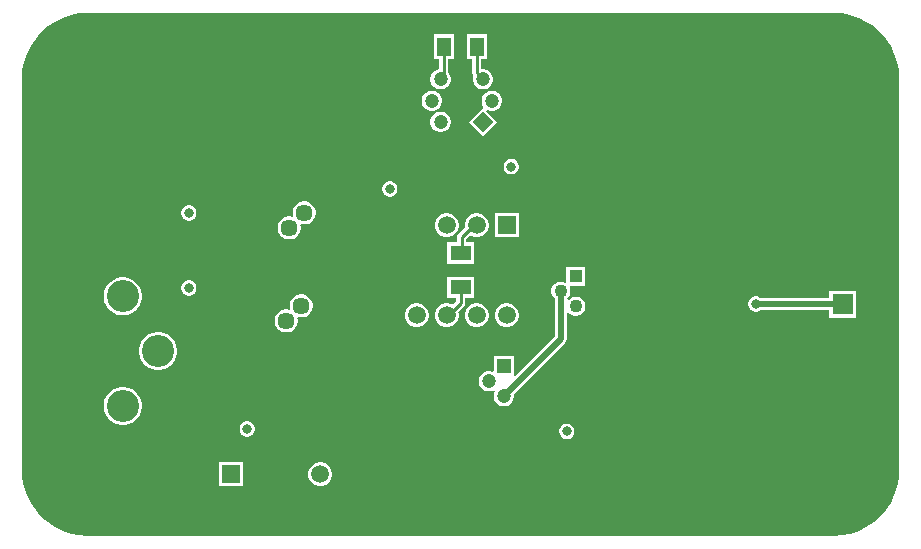
<source format=gbl>
G04*
G04 #@! TF.GenerationSoftware,Altium Limited,Altium Designer,24.9.1 (31)*
G04*
G04 Layer_Physical_Order=4*
G04 Layer_Color=16711680*
%FSLAX44Y44*%
%MOMM*%
G71*
G04*
G04 #@! TF.SameCoordinates,CAE1AE67-0460-43A2-896A-31C629D7927E*
G04*
G04*
G04 #@! TF.FilePolarity,Positive*
G04*
G01*
G75*
%ADD11C,0.5000*%
%ADD13C,0.2500*%
%ADD16R,1.2000X1.6500*%
%ADD22R,1.8000X1.3000*%
%ADD33R,1.5200X1.5200*%
%ADD34C,1.5200*%
%ADD35C,1.2000*%
%ADD36R,1.2000X1.2000*%
%ADD37R,1.4986X1.4986*%
%ADD38C,1.4986*%
%ADD39C,2.7200*%
%ADD40C,1.4500*%
%ADD41P,1.6971X4X90.0*%
%ADD45C,1.1000*%
%ADD46R,1.1000X1.1000*%
%ADD49C,0.2540*%
%ADD50C,6.0000*%
%ADD51C,1.8000*%
%ADD52R,1.8000X1.8000*%
%ADD53C,0.8000*%
%ADD54C,0.6000*%
G36*
X59495Y446391D02*
X690505Y446391D01*
X690740Y446437D01*
X697808Y445974D01*
X704986Y444546D01*
X711915Y442194D01*
X718479Y438957D01*
X724564Y434891D01*
X730066Y430066D01*
X734891Y424564D01*
X738957Y418479D01*
X742194Y411915D01*
X744546Y404986D01*
X745974Y397808D01*
X746437Y390740D01*
X746391Y390505D01*
Y59495D01*
X746437Y59260D01*
X745974Y52192D01*
X744546Y45015D01*
X742194Y38085D01*
X738957Y31521D01*
X734891Y25436D01*
X730066Y19934D01*
X724564Y15109D01*
X718479Y11043D01*
X711915Y7806D01*
X704986Y5454D01*
X697808Y4026D01*
X690740Y3563D01*
X690505Y3609D01*
X59495Y3609D01*
X59260Y3563D01*
X52192Y4026D01*
X45015Y5454D01*
X38085Y7806D01*
X31521Y11043D01*
X25436Y15109D01*
X19934Y19934D01*
X15109Y25436D01*
X11043Y31521D01*
X7806Y38085D01*
X5454Y45015D01*
X4026Y52192D01*
X3563Y59260D01*
X3609Y59495D01*
Y390505D01*
X3563Y390740D01*
X4026Y397808D01*
X5454Y404985D01*
X7806Y411915D01*
X11043Y418479D01*
X15109Y424564D01*
X19934Y430066D01*
X25436Y434891D01*
X31521Y438957D01*
X38085Y442194D01*
X45015Y444546D01*
X52192Y445974D01*
X59260Y446437D01*
X59495Y446391D01*
D02*
G37*
%LPC*%
G36*
X397190Y428620D02*
X380110D01*
Y407040D01*
X384765D01*
Y395301D01*
X385061Y393814D01*
X385761Y392766D01*
X385340Y391195D01*
Y388946D01*
X385923Y386774D01*
X387047Y384827D01*
X388637Y383237D01*
X390584Y382113D01*
X392756Y381530D01*
X395005D01*
X397177Y382113D01*
X399124Y383237D01*
X400714Y384827D01*
X401838Y386774D01*
X402421Y388946D01*
Y391195D01*
X401838Y393367D01*
X400714Y395314D01*
X399124Y396904D01*
X397177Y398028D01*
X395005Y398610D01*
X392756D01*
X392535Y398781D01*
Y407040D01*
X397190D01*
Y428620D01*
D02*
G37*
G36*
X369190D02*
X352110D01*
Y407040D01*
X356765D01*
Y398592D01*
X354663Y398028D01*
X352716Y396904D01*
X351126Y395314D01*
X350001Y393367D01*
X349420Y391195D01*
Y388946D01*
X350001Y386774D01*
X351126Y384827D01*
X352716Y383237D01*
X354663Y382113D01*
X356835Y381530D01*
X359084D01*
X361256Y382113D01*
X363203Y383237D01*
X364793Y384827D01*
X365918Y386774D01*
X366499Y388946D01*
Y391195D01*
X365918Y393367D01*
X364793Y395314D01*
X364535Y395573D01*
Y407040D01*
X369190D01*
Y428620D01*
D02*
G37*
G36*
X402444Y380650D02*
X400196D01*
X398024Y380068D01*
X396076Y378944D01*
X394486Y377354D01*
X393362Y375406D01*
X392780Y373234D01*
Y370986D01*
X393362Y368814D01*
X394198Y367365D01*
X393884Y366239D01*
X393669Y366015D01*
X381803Y354150D01*
X393881Y342072D01*
X405958Y354150D01*
X396600Y363508D01*
X397379Y364524D01*
X398024Y364152D01*
X400196Y363570D01*
X402444D01*
X404616Y364152D01*
X406564Y365276D01*
X408154Y366866D01*
X409278Y368814D01*
X409860Y370986D01*
Y373234D01*
X409278Y375406D01*
X408154Y377354D01*
X406564Y378944D01*
X404616Y380068D01*
X402444Y380650D01*
D02*
G37*
G36*
X351644D02*
X349396D01*
X347224Y380068D01*
X345276Y378944D01*
X343686Y377354D01*
X342562Y375406D01*
X341980Y373234D01*
Y370986D01*
X342562Y368814D01*
X343686Y366866D01*
X345276Y365276D01*
X347224Y364152D01*
X349396Y363570D01*
X351644D01*
X353816Y364152D01*
X355764Y365276D01*
X357354Y366866D01*
X358478Y368814D01*
X359060Y370986D01*
Y373234D01*
X358478Y375406D01*
X357354Y377354D01*
X355764Y378944D01*
X353816Y380068D01*
X351644Y380650D01*
D02*
G37*
G36*
X359084Y362690D02*
X356835D01*
X354663Y362108D01*
X352716Y360983D01*
X351126Y359393D01*
X350001Y357446D01*
X349420Y355274D01*
Y353025D01*
X350001Y350853D01*
X351126Y348906D01*
X352716Y347316D01*
X354663Y346191D01*
X356835Y345610D01*
X359084D01*
X361256Y346191D01*
X363203Y347316D01*
X364793Y348906D01*
X365918Y350853D01*
X366499Y353025D01*
Y355274D01*
X365918Y357446D01*
X364793Y359393D01*
X363203Y360983D01*
X361256Y362108D01*
X359084Y362690D01*
D02*
G37*
G36*
X418721Y322740D02*
X416999D01*
X415336Y322294D01*
X413844Y321433D01*
X412627Y320216D01*
X411766Y318724D01*
X411320Y317061D01*
Y315339D01*
X411766Y313676D01*
X412627Y312184D01*
X413844Y310967D01*
X415336Y310106D01*
X416999Y309660D01*
X418721D01*
X420384Y310106D01*
X421876Y310967D01*
X423093Y312184D01*
X423954Y313676D01*
X424400Y315339D01*
Y317061D01*
X423954Y318724D01*
X423093Y320216D01*
X421876Y321433D01*
X420384Y322294D01*
X418721Y322740D01*
D02*
G37*
G36*
X315821Y303720D02*
X314099D01*
X312436Y303274D01*
X310944Y302413D01*
X309727Y301196D01*
X308866Y299704D01*
X308420Y298041D01*
Y296319D01*
X308866Y294656D01*
X309727Y293164D01*
X310944Y291947D01*
X312436Y291086D01*
X314099Y290640D01*
X315821D01*
X317484Y291086D01*
X318976Y291947D01*
X320193Y293164D01*
X321054Y294656D01*
X321500Y296319D01*
Y298041D01*
X321054Y299704D01*
X320193Y301196D01*
X318976Y302413D01*
X317484Y303274D01*
X315821Y303720D01*
D02*
G37*
G36*
X243859Y286870D02*
X241281D01*
X238791Y286203D01*
X236559Y284914D01*
X234736Y283091D01*
X233447Y280859D01*
X232780Y278369D01*
Y275791D01*
X233045Y274803D01*
X232147Y273905D01*
X231159Y274170D01*
X228581D01*
X226091Y273503D01*
X223859Y272214D01*
X222036Y270391D01*
X220747Y268159D01*
X220080Y265669D01*
Y263091D01*
X220747Y260601D01*
X222036Y258369D01*
X223859Y256546D01*
X226091Y255257D01*
X228581Y254590D01*
X231159D01*
X233649Y255257D01*
X235881Y256546D01*
X237704Y258369D01*
X238993Y260601D01*
X239660Y263091D01*
Y265669D01*
X239395Y266657D01*
X240293Y267555D01*
X241281Y267290D01*
X243859D01*
X246349Y267957D01*
X248581Y269246D01*
X250404Y271069D01*
X251693Y273301D01*
X252360Y275791D01*
Y278369D01*
X251693Y280859D01*
X250404Y283091D01*
X248581Y284914D01*
X246349Y286203D01*
X243859Y286870D01*
D02*
G37*
G36*
X145671Y283620D02*
X143949D01*
X142286Y283174D01*
X140794Y282313D01*
X139577Y281096D01*
X138716Y279604D01*
X138270Y277941D01*
Y276219D01*
X138716Y274556D01*
X139577Y273064D01*
X140794Y271847D01*
X142286Y270986D01*
X143949Y270540D01*
X145671D01*
X147334Y270986D01*
X148826Y271847D01*
X150043Y273064D01*
X150904Y274556D01*
X151350Y276219D01*
Y277941D01*
X150904Y279604D01*
X150043Y281096D01*
X148826Y282313D01*
X147334Y283174D01*
X145671Y283620D01*
D02*
G37*
G36*
X424053Y276733D02*
X403987D01*
Y256667D01*
X424053D01*
Y276733D01*
D02*
G37*
G36*
X389941D02*
X387299D01*
X384747Y276049D01*
X382460Y274728D01*
X380592Y272860D01*
X379271Y270573D01*
X378587Y268021D01*
Y265379D01*
X378730Y264844D01*
X373173Y259287D01*
X372331Y258027D01*
X372035Y256540D01*
Y252140D01*
X363460D01*
Y234060D01*
X386540D01*
Y252140D01*
X379805D01*
Y254931D01*
X383148Y258274D01*
X384747Y257351D01*
X387299Y256667D01*
X389941D01*
X392493Y257351D01*
X394780Y258672D01*
X396648Y260540D01*
X397969Y262827D01*
X398653Y265379D01*
Y268021D01*
X397969Y270573D01*
X396648Y272860D01*
X394780Y274728D01*
X392493Y276049D01*
X389941Y276733D01*
D02*
G37*
G36*
X364541D02*
X361899D01*
X359347Y276049D01*
X357060Y274728D01*
X355192Y272860D01*
X353871Y270573D01*
X353187Y268021D01*
Y265379D01*
X353871Y262827D01*
X355192Y260540D01*
X357060Y258672D01*
X359347Y257351D01*
X361899Y256667D01*
X364541D01*
X367093Y257351D01*
X369380Y258672D01*
X371248Y260540D01*
X372569Y262827D01*
X373253Y265379D01*
Y268021D01*
X372569Y270573D01*
X371248Y272860D01*
X369380Y274728D01*
X367093Y276049D01*
X364541Y276733D01*
D02*
G37*
G36*
X480480Y231560D02*
X464400D01*
Y218683D01*
X463300Y218048D01*
X462843Y218312D01*
X460798Y218860D01*
X458681D01*
X456637Y218312D01*
X454803Y217254D01*
X453306Y215757D01*
X452248Y213923D01*
X451700Y211879D01*
Y209762D01*
X452248Y207717D01*
X453306Y205883D01*
X454601Y204589D01*
Y172309D01*
X421290Y138997D01*
X420020Y139523D01*
X420020Y139696D01*
X420020Y139696D01*
X420020Y139742D01*
Y155860D01*
X402940D01*
Y143394D01*
X401670Y142687D01*
X399904Y143160D01*
X397656D01*
X395484Y142578D01*
X393536Y141454D01*
X391946Y139864D01*
X390822Y137916D01*
X390240Y135744D01*
Y133496D01*
X390822Y131324D01*
X391946Y129376D01*
X393536Y127786D01*
X395484Y126662D01*
X397656Y126080D01*
X399904D01*
X402076Y126662D01*
X403297Y127367D01*
X404227Y126437D01*
X403522Y125216D01*
X402940Y123044D01*
Y120796D01*
X403522Y118624D01*
X404646Y116676D01*
X406236Y115086D01*
X408184Y113962D01*
X410356Y113380D01*
X412604D01*
X414776Y113962D01*
X416724Y115086D01*
X418314Y116676D01*
X419438Y118624D01*
X420020Y120796D01*
Y123044D01*
X419989Y123161D01*
X463374Y166546D01*
X464488Y168214D01*
X464879Y170180D01*
Y192596D01*
X465551Y192946D01*
X466149Y193041D01*
X467503Y191686D01*
X469337Y190628D01*
X471381Y190080D01*
X473498D01*
X475543Y190628D01*
X477377Y191686D01*
X478874Y193183D01*
X479932Y195017D01*
X480480Y197062D01*
Y199179D01*
X479932Y201223D01*
X478874Y203057D01*
X477377Y204554D01*
X475543Y205612D01*
X473498Y206160D01*
X471381D01*
X469337Y205612D01*
X467503Y204554D01*
X466469Y203520D01*
X465180Y203927D01*
X465093Y204803D01*
X466174Y205883D01*
X467232Y207717D01*
X467780Y209762D01*
Y211879D01*
X467232Y213923D01*
X466968Y214380D01*
X467603Y215480D01*
X480480D01*
Y231560D01*
D02*
G37*
G36*
X145671Y220120D02*
X143949D01*
X142286Y219674D01*
X140794Y218813D01*
X139577Y217596D01*
X138716Y216104D01*
X138270Y214441D01*
Y212719D01*
X138716Y211056D01*
X139577Y209564D01*
X140794Y208347D01*
X142286Y207486D01*
X143949Y207040D01*
X145671D01*
X147334Y207486D01*
X148826Y208347D01*
X150043Y209564D01*
X150904Y211056D01*
X151350Y212719D01*
Y214441D01*
X150904Y216104D01*
X150043Y217596D01*
X148826Y218813D01*
X147334Y219674D01*
X145671Y220120D01*
D02*
G37*
G36*
X710040Y211140D02*
X686960D01*
Y205059D01*
X628950D01*
X628856Y205153D01*
X627364Y206014D01*
X625701Y206460D01*
X623979D01*
X622316Y206014D01*
X620824Y205153D01*
X619607Y203936D01*
X618746Y202444D01*
X618300Y200781D01*
Y199059D01*
X618746Y197396D01*
X619607Y195904D01*
X620824Y194687D01*
X622316Y193826D01*
X623979Y193380D01*
X625701D01*
X627364Y193826D01*
X628856Y194687D01*
X628950Y194781D01*
X686960D01*
Y188060D01*
X710040D01*
Y211140D01*
D02*
G37*
G36*
X386540Y223140D02*
X363460D01*
Y205060D01*
X371136D01*
Y202261D01*
X368127Y199252D01*
X367093Y199849D01*
X364541Y200533D01*
X361899D01*
X359347Y199849D01*
X357060Y198528D01*
X355192Y196660D01*
X353871Y194373D01*
X353187Y191821D01*
Y189179D01*
X353871Y186627D01*
X355192Y184340D01*
X357060Y182472D01*
X359347Y181151D01*
X361899Y180467D01*
X364541D01*
X367093Y181151D01*
X369380Y182472D01*
X371248Y184340D01*
X372569Y186627D01*
X373253Y189179D01*
Y191821D01*
X372909Y193104D01*
X377732Y197927D01*
X377732Y197928D01*
X378570Y199181D01*
X378864Y200660D01*
Y205060D01*
X386540D01*
Y223140D01*
D02*
G37*
G36*
X241319Y208130D02*
X238741D01*
X236251Y207463D01*
X234019Y206174D01*
X232196Y204351D01*
X230907Y202119D01*
X230240Y199629D01*
Y197051D01*
X230505Y196063D01*
X229607Y195165D01*
X228619Y195430D01*
X226041D01*
X223551Y194763D01*
X221319Y193474D01*
X219496Y191651D01*
X218207Y189419D01*
X217540Y186929D01*
Y184351D01*
X218207Y181861D01*
X219496Y179629D01*
X221319Y177806D01*
X223551Y176517D01*
X226041Y175850D01*
X228619D01*
X231109Y176517D01*
X233341Y177806D01*
X235164Y179629D01*
X236453Y181861D01*
X237120Y184351D01*
Y186929D01*
X236855Y187917D01*
X237753Y188815D01*
X238741Y188550D01*
X241319D01*
X243809Y189217D01*
X246041Y190506D01*
X247864Y192329D01*
X249153Y194561D01*
X249820Y197051D01*
Y199629D01*
X249153Y202119D01*
X247864Y204351D01*
X246041Y206174D01*
X243809Y207463D01*
X241319Y208130D01*
D02*
G37*
G36*
X90440Y222490D02*
X87260D01*
X84142Y221870D01*
X81205Y220653D01*
X78561Y218887D01*
X76313Y216639D01*
X74547Y213995D01*
X73330Y211058D01*
X72710Y207940D01*
Y204760D01*
X73330Y201642D01*
X74547Y198705D01*
X76313Y196061D01*
X78561Y193813D01*
X81205Y192047D01*
X84142Y190830D01*
X87260Y190210D01*
X90440D01*
X93558Y190830D01*
X96495Y192047D01*
X99139Y193813D01*
X101387Y196061D01*
X103153Y198705D01*
X104370Y201642D01*
X104990Y204760D01*
Y207940D01*
X104370Y211058D01*
X103153Y213995D01*
X101387Y216639D01*
X99139Y218887D01*
X96495Y220653D01*
X93558Y221870D01*
X90440Y222490D01*
D02*
G37*
G36*
X415341Y200533D02*
X412699D01*
X410147Y199849D01*
X407860Y198528D01*
X405992Y196660D01*
X404671Y194373D01*
X403987Y191821D01*
Y189179D01*
X404671Y186627D01*
X405992Y184340D01*
X407860Y182472D01*
X410147Y181151D01*
X412699Y180467D01*
X415341D01*
X417893Y181151D01*
X420180Y182472D01*
X422048Y184340D01*
X423369Y186627D01*
X424053Y189179D01*
Y191821D01*
X423369Y194373D01*
X422048Y196660D01*
X420180Y198528D01*
X417893Y199849D01*
X415341Y200533D01*
D02*
G37*
G36*
X389941D02*
X387299D01*
X384747Y199849D01*
X382460Y198528D01*
X380592Y196660D01*
X379271Y194373D01*
X378587Y191821D01*
Y189179D01*
X379271Y186627D01*
X380592Y184340D01*
X382460Y182472D01*
X384747Y181151D01*
X387299Y180467D01*
X389941D01*
X392493Y181151D01*
X394780Y182472D01*
X396648Y184340D01*
X397969Y186627D01*
X398653Y189179D01*
Y191821D01*
X397969Y194373D01*
X396648Y196660D01*
X394780Y198528D01*
X392493Y199849D01*
X389941Y200533D01*
D02*
G37*
G36*
X339141D02*
X336499D01*
X333947Y199849D01*
X331660Y198528D01*
X329792Y196660D01*
X328471Y194373D01*
X327787Y191821D01*
Y189179D01*
X328471Y186627D01*
X329792Y184340D01*
X331660Y182472D01*
X333947Y181151D01*
X336499Y180467D01*
X339141D01*
X341693Y181151D01*
X343980Y182472D01*
X345848Y184340D01*
X347169Y186627D01*
X347853Y189179D01*
Y191821D01*
X347169Y194373D01*
X345848Y196660D01*
X343980Y198528D01*
X341693Y199849D01*
X339141Y200533D01*
D02*
G37*
G36*
X120440Y176140D02*
X117260D01*
X114142Y175520D01*
X111205Y174303D01*
X108561Y172537D01*
X106313Y170289D01*
X104547Y167645D01*
X103330Y164708D01*
X102710Y161590D01*
Y158410D01*
X103330Y155292D01*
X104547Y152355D01*
X106313Y149711D01*
X108561Y147463D01*
X111205Y145697D01*
X114142Y144480D01*
X117260Y143860D01*
X120440D01*
X123558Y144480D01*
X126495Y145697D01*
X129139Y147463D01*
X131387Y149711D01*
X133153Y152355D01*
X134370Y155292D01*
X134990Y158410D01*
Y161590D01*
X134370Y164708D01*
X133153Y167645D01*
X131387Y170289D01*
X129139Y172537D01*
X126495Y174303D01*
X123558Y175520D01*
X120440Y176140D01*
D02*
G37*
G36*
X90440Y129790D02*
X87260D01*
X84142Y129170D01*
X81205Y127953D01*
X78561Y126187D01*
X76313Y123939D01*
X74547Y121295D01*
X73330Y118358D01*
X72710Y115240D01*
Y112060D01*
X73330Y108942D01*
X74547Y106005D01*
X76313Y103361D01*
X78561Y101113D01*
X81205Y99347D01*
X84142Y98130D01*
X87260Y97510D01*
X90440D01*
X93558Y98130D01*
X96495Y99347D01*
X99139Y101113D01*
X101387Y103361D01*
X103153Y106005D01*
X104370Y108942D01*
X104990Y112060D01*
Y115240D01*
X104370Y118358D01*
X103153Y121295D01*
X101387Y123939D01*
X99139Y126187D01*
X96495Y127953D01*
X93558Y129170D01*
X90440Y129790D01*
D02*
G37*
G36*
X195171Y100520D02*
X193449D01*
X191786Y100074D01*
X190294Y99213D01*
X189077Y97996D01*
X188216Y96504D01*
X187770Y94841D01*
Y93119D01*
X188216Y91456D01*
X189077Y89964D01*
X190294Y88747D01*
X191786Y87886D01*
X193449Y87440D01*
X195171D01*
X196834Y87886D01*
X198326Y88747D01*
X199543Y89964D01*
X200404Y91456D01*
X200850Y93119D01*
Y94841D01*
X200404Y96504D01*
X199543Y97996D01*
X198326Y99213D01*
X196834Y100074D01*
X195171Y100520D01*
D02*
G37*
G36*
X465681Y98660D02*
X463959D01*
X462296Y98214D01*
X460804Y97353D01*
X459587Y96136D01*
X458726Y94644D01*
X458280Y92981D01*
Y91259D01*
X458726Y89596D01*
X459587Y88104D01*
X460804Y86887D01*
X462296Y86026D01*
X463959Y85580D01*
X465681D01*
X467344Y86026D01*
X468836Y86887D01*
X470053Y88104D01*
X470914Y89596D01*
X471360Y91259D01*
Y92981D01*
X470914Y94644D01*
X470053Y96136D01*
X468836Y97353D01*
X467344Y98214D01*
X465681Y98660D01*
D02*
G37*
G36*
X257525Y66020D02*
X254855D01*
X252276Y65329D01*
X249964Y63994D01*
X248076Y62106D01*
X246741Y59794D01*
X246050Y57215D01*
Y54545D01*
X246741Y51966D01*
X248076Y49654D01*
X249964Y47766D01*
X252276Y46431D01*
X254855Y45740D01*
X257525D01*
X260104Y46431D01*
X262416Y47766D01*
X264304Y49654D01*
X265639Y51966D01*
X266330Y54545D01*
Y57215D01*
X265639Y59794D01*
X264304Y62106D01*
X262416Y63994D01*
X260104Y65329D01*
X257525Y66020D01*
D02*
G37*
G36*
X190830D02*
X170550D01*
Y45740D01*
X190830D01*
Y66020D01*
D02*
G37*
%LPD*%
D11*
X624840Y199920D02*
X698180D01*
X698500Y199600D01*
X411480Y121920D02*
X459740Y170180D01*
Y210820D01*
D13*
X375000Y200660D02*
Y214100D01*
X363220Y190500D02*
X364840D01*
X375000Y200660D01*
D16*
X360650Y417830D02*
D03*
X388650D02*
D03*
D22*
X375000Y214100D02*
D03*
Y243100D02*
D03*
D33*
X180690Y55880D02*
D03*
D34*
X256190D02*
D03*
D35*
X411480Y121920D02*
D03*
X398780Y134620D02*
D03*
X350520Y372110D02*
D03*
X393881Y390070D02*
D03*
X357960Y354150D02*
D03*
Y390070D02*
D03*
X401320Y372110D02*
D03*
D36*
X411480Y147320D02*
D03*
D37*
X414020Y266700D02*
D03*
D38*
X388620D02*
D03*
X363220D02*
D03*
X337820D02*
D03*
Y190500D02*
D03*
X363220D02*
D03*
X388620D02*
D03*
X414020D02*
D03*
D39*
X118850Y160000D02*
D03*
X88850Y206350D02*
D03*
Y113650D02*
D03*
Y240650D02*
D03*
Y333350D02*
D03*
X118850Y287000D02*
D03*
D40*
X252730Y185640D02*
D03*
X240030Y198340D02*
D03*
X227330Y185640D02*
D03*
X229870Y264380D02*
D03*
X242570Y277080D02*
D03*
X255270Y264380D02*
D03*
D41*
X393881Y354150D02*
D03*
D45*
X459740Y210820D02*
D03*
X472440Y198120D02*
D03*
D46*
Y223520D02*
D03*
D49*
X388650Y395301D02*
X393881Y390070D01*
X388650Y395301D02*
Y417830D01*
X357960Y390070D02*
X360650Y392761D01*
Y417830D01*
X386080Y266700D02*
X388620D01*
X375920Y256540D02*
X386080Y266700D01*
X375000Y243100D02*
X375920Y244020D01*
Y256540D01*
D50*
X700000Y400000D02*
D03*
X50000Y50000D02*
D03*
X700000D02*
D03*
X50000Y400000D02*
D03*
D51*
X698500Y250400D02*
D03*
D52*
Y199600D02*
D03*
D53*
X624840Y199920D02*
D03*
Y131580D02*
D03*
X647700Y391160D02*
D03*
Y342900D02*
D03*
Y292100D02*
D03*
Y241300D02*
D03*
Y190500D02*
D03*
Y139700D02*
D03*
X647715Y89347D02*
D03*
X609600Y66040D02*
D03*
X558800D02*
D03*
X508000D02*
D03*
X457200D02*
D03*
X406400D02*
D03*
X381000D02*
D03*
X355600D02*
D03*
X304800D02*
D03*
X287020Y88900D02*
D03*
Y114300D02*
D03*
Y139700D02*
D03*
Y165100D02*
D03*
Y190500D02*
D03*
Y215900D02*
D03*
Y241300D02*
D03*
Y266700D02*
D03*
Y292100D02*
D03*
Y317500D02*
D03*
Y342900D02*
D03*
Y393700D02*
D03*
Y368300D02*
D03*
X317500Y419100D02*
D03*
X444500D02*
D03*
X495300D02*
D03*
X546100D02*
D03*
X596900D02*
D03*
X330200Y66040D02*
D03*
X431800D02*
D03*
X435610Y356870D02*
D03*
X157480Y133350D02*
D03*
X444530Y328400D02*
D03*
X417860Y316200D02*
D03*
X546100Y132080D02*
D03*
X518160D02*
D03*
X472440Y304800D02*
D03*
X194310Y93980D02*
D03*
X464820Y92120D02*
D03*
X144810Y277080D02*
D03*
Y213580D02*
D03*
X314960Y297180D02*
D03*
D54*
X647700Y368300D02*
D03*
Y317500D02*
D03*
Y266700D02*
D03*
Y215900D02*
D03*
Y165100D02*
D03*
X622300Y419100D02*
D03*
X571500D02*
D03*
X520700D02*
D03*
X469900D02*
D03*
X419100D02*
D03*
X342900D02*
D03*
X482600Y66040D02*
D03*
X533400D02*
D03*
X584200D02*
D03*
X635000D02*
D03*
X647700Y114300D02*
D03*
X715875Y416364D02*
D03*
X684125Y383636D02*
D03*
X715875D02*
D03*
X684125Y416364D02*
D03*
X722860Y400000D02*
D03*
X677140D02*
D03*
X700000Y377140D02*
D03*
Y422860D02*
D03*
X65876Y66364D02*
D03*
X34125Y33636D02*
D03*
X65876D02*
D03*
X34125Y66364D02*
D03*
X72860Y50000D02*
D03*
X27140D02*
D03*
X50000Y27140D02*
D03*
Y72860D02*
D03*
X715875Y66364D02*
D03*
X684125Y33636D02*
D03*
X715875D02*
D03*
X684125Y66364D02*
D03*
X722860Y50000D02*
D03*
X677140D02*
D03*
X700000Y27140D02*
D03*
Y72860D02*
D03*
X65876Y416364D02*
D03*
X34125Y383636D02*
D03*
X65876D02*
D03*
X34125Y416364D02*
D03*
X72860Y400000D02*
D03*
X27140D02*
D03*
X50000Y377140D02*
D03*
Y422860D02*
D03*
M02*

</source>
